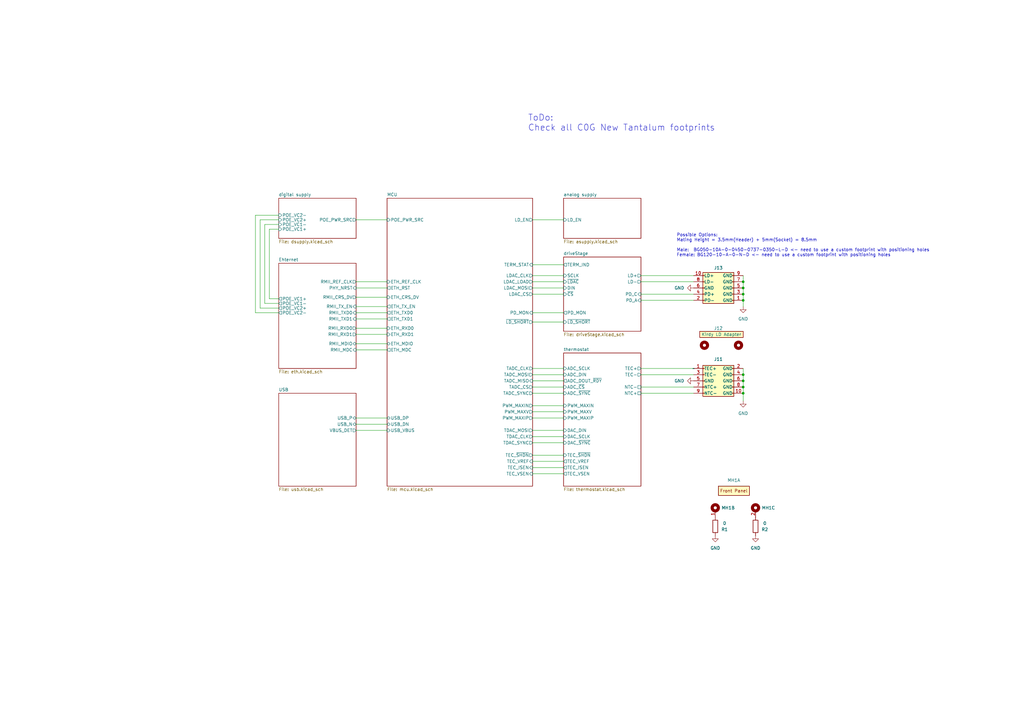
<source format=kicad_sch>
(kicad_sch (version 20230121) (generator eeschema)
  (paper "A3")
  (title_block (title "Kirdy") (date "2023-11-09") (rev "r0_3") (company "M-Labs Limited") (comment 1 "Linus Woo Chun Kit"))
  (lib_symbols
    (symbol "Device:R" (pin_numbers hide) (pin_names (offset 0))
      (property "Reference" "R" (at 2.032 0 90))
      (property "Value" "R" (at 0 0 90))
      (symbol "R_0_1"
        (rectangle (start -1.016 -2.54) (end 1.016 2.54) (stroke (width 0.254)))
      )
      (symbol "R_1_1"
        (pin passive line (at 0 3.81 270) (length 1.27) (name "~") (number "1"))
        (pin passive line (at 0 -3.81 90) (length 1.27) (name "~") (number "2"))
      )
    )
    (symbol "Mechanical:MountingHole" (pin_names (offset 1.016))
      (property "Reference" "H" (at 0 5.08 0))
      (property "Value" "MountingHole" (at 0 3.175 0))
      (symbol "MountingHole_0_1"
        (circle (center 0 0) (radius 1.27) (stroke (width 1.27)))
      )
    )
    (symbol "Panel_1"
      (property "Reference" "MH" (at 1.27 3.175 0))
      (symbol "Panel_1_1_1"
        (rectangle (start 0 0) (end 12.7 -3.81) (stroke (width 0.254)) (fill (type background)))
        (text "Front Panel" (at 6.35 -1.905 0) (effects (font (size 1.27 1.27))))
      )
      (symbol "Panel_1_2_1"
        (circle (center 0 0) (radius 1.27) (stroke (width 1.27)))
        (pin input line (at 3.81 0 180) (length 2.54) (name "") (number "1"))
      )
      (symbol "Panel_1_3_1"
        (circle (center 0 0) (radius 1.27) (stroke (width 1.27)))
        (pin input line (at 3.81 0 180) (length 2.54) (name "") (number "2"))
      )
    )
    (symbol "kirdy:Kirdy_Adapter_HDR1"
      (property "Reference" "J" (at 5.08 2.54 0))
      (symbol "Kirdy_Adapter_HDR1_1_1"
        (rectangle (start 3.81 -10.033) (end 4.445 -10.287) (stroke (width 0.1524)))
        (rectangle (start 3.81 -7.493) (end 4.445 -7.747) (stroke (width 0.1524)))
        (rectangle (start 3.81 -4.953) (end 4.445 -5.207) (stroke (width 0.1524)))
        (rectangle (start 3.81 -2.413) (end 4.445 -2.667) (stroke (width 0.1524)))
        (rectangle (start 3.81 0.127) (end 4.445 -0.127) (stroke (width 0.1524)))
        (rectangle (start 3.81 1.27) (end 16.51 -11.43) (stroke (width 0.254)) (fill (type background)))
        (rectangle (start 15.875 -10.033) (end 16.51 -10.287) (stroke (width 0.1524)))
        (rectangle (start 15.875 -7.493) (end 16.51 -7.747) (stroke (width 0.1524)))
        (rectangle (start 15.875 -4.953) (end 16.51 -5.207) (stroke (width 0.1524)))
        (rectangle (start 15.875 -2.413) (end 16.51 -2.667) (stroke (width 0.1524)))
        (rectangle (start 15.875 0.127) (end 16.51 -0.127) (stroke (width 0.1524)))
        (pin passive line (at 0 0 0) (length 3.81) (name "TEC+") (number "1"))
        (pin passive line (at 20.32 -10.16 180) (length 3.81) (name "GND") (number "10"))
        (pin passive line (at 20.32 0 180) (length 3.81) (name "GND") (number "2"))
        (pin passive line (at 0 -2.54 0) (length 3.81) (name "TEC-") (number "3"))
        (pin passive line (at 20.32 -2.54 180) (length 3.81) (name "GND") (number "4"))
        (pin passive line (at 0 -5.08 0) (length 3.81) (name "GND") (number "5"))
        (pin passive line (at 20.32 -5.08 180) (length 3.81) (name "GND") (number "6"))
        (pin passive line (at 0 -7.62 0) (length 3.81) (name "NTC+") (number "7"))
        (pin passive line (at 20.32 -7.62 180) (length 3.81) (name "GND") (number "8"))
        (pin passive line (at 0 -10.16 0) (length 3.81) (name "NTC-") (number "9"))
      )
    )
    (symbol "kirdy:Kirdy_Adapter_HDR2"
      (property "Reference" "J" (at 5.08 2.54 0))
      (symbol "Kirdy_Adapter_HDR2_1_1"
        (rectangle (start 3.81 -10.033) (end 4.445 -10.287) (stroke (width 0.1524)))
        (rectangle (start 3.81 -7.493) (end 4.445 -7.747) (stroke (width 0.1524)))
        (rectangle (start 3.81 -4.953) (end 4.445 -5.207) (stroke (width 0.1524)))
        (rectangle (start 3.81 -2.413) (end 4.445 -2.667) (stroke (width 0.1524)))
        (rectangle (start 3.81 0.127) (end 4.445 -0.127) (stroke (width 0.1524)))
        (rectangle (start 3.81 1.27) (end 16.51 -11.43) (stroke (width 0.254)) (fill (type background)))
        (rectangle (start 15.875 -10.033) (end 16.51 -10.287) (stroke (width 0.1524)))
        (rectangle (start 15.875 -7.493) (end 16.51 -7.747) (stroke (width 0.1524)))
        (rectangle (start 15.875 -4.953) (end 16.51 -5.207) (stroke (width 0.1524)))
        (rectangle (start 15.875 -2.413) (end 16.51 -2.667) (stroke (width 0.1524)))
        (rectangle (start 15.875 0.127) (end 16.51 -0.127) (stroke (width 0.1524)))
        (pin passive line (at 0 0 0) (length 3.81) (name "GND") (number "1"))
        (pin passive line (at 20.32 -10.16 180) (length 3.81) (name "LD+") (number "10"))
        (pin passive line (at 20.32 0 180) (length 3.81) (name "PD-") (number "2"))
        (pin passive line (at 0 -2.54 0) (length 3.81) (name "GND") (number "3"))
        (pin passive line (at 20.32 -2.54 180) (length 3.81) (name "PD+") (number "4"))
        (pin passive line (at 0 -5.08 0) (length 3.81) (name "GND") (number "5"))
        (pin passive line (at 20.32 -5.08 180) (length 3.81) (name "GND") (number "6"))
        (pin passive line (at 0 -7.62 0) (length 3.81) (name "GND") (number "7"))
        (pin passive line (at 20.32 -7.62 180) (length 3.81) (name "LD-") (number "8"))
        (pin passive line (at 0 -10.16 0) (length 3.81) (name "GND") (number "9"))
      )
    )
    (symbol "kirdy:Kirdy_LD_Adapter" (pin_names (offset 1.016) hide)
      (property "Reference" "J" (at -6.35 2.54 0))
      (property "Value" "Kirdy_LD_Adapter" (at 1.27 0 0))
      (symbol "Kirdy_LD_Adapter_1_1"
        (rectangle (start -7.62 1.27) (end 10.16 -1.27) (stroke (width 0.254)) (fill (type background)))
      )
    )
    (symbol "kirdy:Panel"
      (property "Reference" "MH" (at 1.27 3.175 0))
      (symbol "Panel_1_1"
        (rectangle (start 0 0) (end 12.7 -3.81) (stroke (width 0.254)) (fill (type background)))
        (text "Front Panel" (at 6.35 -1.905 0) (effects (font (size 1.27 1.27))))
      )
      (symbol "Panel_2_1"
        (circle (center 0 0) (radius 1.27) (stroke (width 1.27)))
        (pin input line (at 3.81 0 180) (length 2.54) (name "") (number "1"))
      )
      (symbol "Panel_3_1"
        (circle (center 0 0) (radius 1.27) (stroke (width 1.27)))
        (pin input line (at 3.81 0 180) (length 2.54) (name "") (number "2"))
      )
    )
    (symbol "power:GND" (power) (pin_names (offset 0))
      (property "Value" "GND" (at 0 -3.81 0))
      (symbol "GND_0_1"
        (polyline (pts (xy 0 0) (xy 0 -1.27) (xy 1.27 -1.27) (xy 0 -2.54) (xy -1.27 -1.27) (xy 0 -1.27)))
      )
      (symbol "GND_1_1"
        (pin power_in line (at 0 0 270) (length 0) hide (name "GND") (number "1"))
      )
    )
  )
  (junction (at 304.8 118.11))
  (junction (at 304.8 153.67))
  (junction (at 304.8 158.75))
  (junction (at 304.8 161.29))
  (junction (at 304.8 120.65))
  (junction (at 304.8 123.19))
  (junction (at 304.8 115.57))
  (junction (at 304.8 156.21))
  (wire (pts (xy 304.8 153.67) (xy 304.8 156.21)))
  (wire (pts (xy 146.05 176.53) (xy 158.75 176.53)))
  (wire (pts (xy 108.585 92.075) (xy 108.585 124.46)))
  (wire (pts (xy 218.44 168.91) (xy 231.14 168.91)))
  (wire (pts (xy 106.68 126.365) (xy 106.68 90.17)))
  (wire (pts (xy 218.44 176.53) (xy 231.14 176.53)))
  (wire (pts (xy 304.8 151.13) (xy 304.8 153.67)))
  (wire (pts (xy 146.05 125.73) (xy 158.75 125.73)))
  (wire (pts (xy 304.8 115.57) (xy 304.8 118.11)))
  (wire (pts (xy 262.89 123.19) (xy 284.48 123.19)))
  (wire (pts (xy 114.3 122.555) (xy 110.49 122.555)))
  (wire (pts (xy 218.44 151.13) (xy 231.14 151.13)))
  (wire (pts (xy 146.05 173.99) (xy 158.75 173.99)))
  (wire (pts (xy 218.44 161.29) (xy 231.14 161.29)))
  (wire (pts (xy 146.05 115.57) (xy 158.75 115.57)))
  (wire (pts (xy 218.44 90.17) (xy 231.14 90.17)))
  (wire (pts (xy 218.44 171.45) (xy 231.14 171.45)))
  (wire (pts (xy 146.05 140.97) (xy 158.75 140.97)))
  (wire (pts (xy 218.44 194.31) (xy 231.14 194.31)))
  (wire (pts (xy 218.44 166.37) (xy 231.14 166.37)))
  (wire (pts (xy 218.44 189.23) (xy 231.14 189.23)))
  (wire (pts (xy 218.44 179.07) (xy 231.14 179.07)))
  (wire (pts (xy 262.89 161.29) (xy 284.48 161.29)))
  (wire (pts (xy 146.05 121.92) (xy 158.75 121.92)))
  (wire (pts (xy 146.05 171.45) (xy 158.75 171.45)))
  (wire (pts (xy 304.8 120.65) (xy 304.8 123.19)))
  (wire (pts (xy 262.89 113.03) (xy 284.48 113.03)))
  (wire (pts (xy 146.05 90.17) (xy 158.75 90.17)))
  (wire (pts (xy 114.3 92.075) (xy 108.585 92.075)))
  (wire (pts (xy 110.49 93.98) (xy 114.3 93.98)))
  (wire (pts (xy 304.8 156.21) (xy 304.8 158.75)))
  (wire (pts (xy 106.68 90.17) (xy 114.3 90.17)))
  (wire (pts (xy 110.49 122.555) (xy 110.49 93.98)))
  (wire (pts (xy 304.8 158.75) (xy 304.8 161.29)))
  (wire (pts (xy 114.3 88.265) (xy 104.775 88.265)))
  (wire (pts (xy 304.8 123.19) (xy 304.8 125.73)))
  (wire (pts (xy 146.05 130.81) (xy 158.75 130.81)))
  (wire (pts (xy 218.44 115.57) (xy 231.14 115.57)))
  (wire (pts (xy 262.89 120.65) (xy 284.48 120.65)))
  (wire (pts (xy 146.05 118.11) (xy 158.75 118.11)))
  (wire (pts (xy 114.3 126.365) (xy 106.68 126.365)))
  (wire (pts (xy 146.05 128.27) (xy 158.75 128.27)))
  (wire (pts (xy 304.8 161.29) (xy 304.8 164.465)))
  (wire (pts (xy 262.89 158.75) (xy 284.48 158.75)))
  (wire (pts (xy 104.775 88.265) (xy 104.775 128.27)))
  (wire (pts (xy 218.44 132.08) (xy 231.14 132.08)))
  (wire (pts (xy 146.05 134.62) (xy 158.75 134.62)))
  (wire (pts (xy 218.44 118.11) (xy 231.14 118.11)))
  (wire (pts (xy 304.8 113.03) (xy 304.8 115.57)))
  (wire (pts (xy 218.44 156.21) (xy 231.14 156.21)))
  (wire (pts (xy 304.8 118.11) (xy 304.8 120.65)))
  (wire (pts (xy 218.44 128.27) (xy 231.14 128.27)))
  (wire (pts (xy 218.44 186.69) (xy 231.14 186.69)))
  (wire (pts (xy 218.44 153.67) (xy 231.14 153.67)))
  (wire (pts (xy 218.44 108.585) (xy 231.14 108.585)))
  (wire (pts (xy 218.44 181.61) (xy 231.14 181.61)))
  (wire (pts (xy 218.44 158.75) (xy 231.14 158.75)))
  (wire (pts (xy 218.44 120.65) (xy 231.14 120.65)))
  (wire (pts (xy 262.89 151.13) (xy 284.48 151.13)))
  (wire (pts (xy 262.89 153.67) (xy 284.48 153.67)))
  (wire (pts (xy 108.585 124.46) (xy 114.3 124.46)))
  (wire (pts (xy 146.05 143.51) (xy 158.75 143.51)))
  (wire (pts (xy 262.89 115.57) (xy 284.48 115.57)))
  (wire (pts (xy 104.775 128.27) (xy 114.3 128.27)))
  (wire (pts (xy 218.44 191.77) (xy 231.14 191.77)))
  (wire (pts (xy 218.44 113.03) (xy 231.14 113.03)))
  (wire (pts (xy 146.05 137.16) (xy 158.75 137.16)))
  (text "ToDo:\nCheck all C0G New Tantalum footprints" (at 216.535 53.975 0) (effects (font (size 2.54 2.54)) (justify left bottom)))
  (text "Possible Options:\nMating Height = 3.5mm(Header) + 5mm(Socket) = 8.5mm\n\nMale:  BG050-10A-0-0450-0737-0350-L-D <- need to use a custom footprint with positioning holes\nFemale: BG120-10-A-0-N-D <- need to use a custom footprint with positioning holes" (at 277.495 105.41 0) (effects (font (size 1.27 1.27)) (justify left bottom)))
  (symbol (lib_id "power:GND") (at 309.88 219.71 0) (unit 1)
    (property "Reference" "#PWR06" (effects hide))
    (property "Value" "GND" (at 309.88 224.79 0))
  )
  (symbol (lib_id "Device:R") (at 293.37 215.9 180) (unit 1)
    (property "Reference" "R1" (at 297.18 217.17 0))
    (property "Value" "0" (at 297.18 214.63 0))
    (property "Footprint" "Resistor_SMD:R_0603_1608Metric" (effects hide))
    (property "MFR_PN" "RMCF0603ZT0R00" (effects hide))
    (property "MFR_PN_ALT" "CR0603-J/-000ELF" (effects hide))
  )
  (symbol (lib_id "kirdy:Kirdy_LD_Adapter") (at 294.64 137.16 0) (unit 1)
    (property "Reference" "J12" (at 294.64 134.62 0))
    (property "Value" "Kirdy LD Adapter" (at 295.91 137.16 0))
    (property "Footprint" "kirdy:Kirdy_LD_Adapter" (effects hide))
    (property "MFR_PN" "Kirdy_LD_Adapter_PCB" (effects hide))
  )
  (symbol (lib_id "kirdy:Panel") (at 309.88 208.28 270) (unit 3)
    (property "Reference" "MH1" (at 312.42 208.28 90) (effects (justify left)))
    (property "Value" "Kirdy Front Panel" (effects hide))
    (property "Footprint" "kirdy:Panel" (effects hide))
    (property "MFR_PN" "Kirdy Front Panel" (effects hide))
  )
  (symbol (lib_id "kirdy:Kirdy_Adapter_HDR2") (at 304.8 123.19 180) (unit 1)
    (property "Reference" "J13" (at 294.64 109.855 0))
    (property "Value" "~" (at 304.8 123.19 0))
    (property "Footprint" "kirdy:BG050-10A-0-0450-0737-0350-L-D" (effects hide))
  )
  (symbol (lib_name "Panel_1") (lib_id "kirdy:Panel") (at 294.64 199.39 0) (unit 1)
    (property "Reference" "MH1" (at 300.99 196.977 0))
    (property "Value" "Kirdy Front Panel" (effects hide))
    (property "Footprint" "kirdy:Panel" (effects hide))
    (property "MFR_PN" "Kirdy Front Panel" (effects hide))
  )
  (symbol (lib_id "power:GND") (at 304.8 125.73 0) (unit 1)
    (property "Reference" "#PWR05" (effects hide))
    (property "Value" "GND" (at 304.8 130.81 0))
  )
  (symbol (lib_id "Mechanical:MountingHole") (at 302.895 141.605 0) (unit 1)
    (property "Reference" "H4" (effects hide))
    (property "Value" "MountingHole_Pad" (effects hide))
    (property "Footprint" "MountingHole:MountingHole_2.7mm_M2.5" (effects hide))
  )
  (symbol (lib_id "power:GND") (at 284.48 118.11 270) (unit 1)
    (property "Reference" "#PWR04" (effects hide))
    (property "Value" "GND" (at 280.67 118.11 90) (effects (justify right)))
  )
  (symbol (lib_id "Mechanical:MountingHole") (at 288.925 141.605 0) (unit 1)
    (property "Reference" "H3" (effects hide))
    (property "Value" "MountingHole_Pad" (effects hide))
    (property "Footprint" "MountingHole:MountingHole_2.7mm_M2.5" (effects hide))
  )
  (symbol (lib_id "power:GND") (at 293.37 219.71 0) (unit 1)
    (property "Reference" "#PWR03" (effects hide))
    (property "Value" "GND" (at 293.37 224.79 0))
  )
  (symbol (lib_id "power:GND") (at 284.48 156.21 270) (unit 1)
    (property "Reference" "#PWR02" (effects hide))
    (property "Value" "GND" (at 280.67 156.21 90) (effects (justify right)))
  )
  (symbol (lib_id "kirdy:Panel") (at 293.37 208.28 270) (unit 2)
    (property "Reference" "MH1" (at 295.91 208.28 90) (effects (justify left)))
    (property "Value" "Kirdy Front Panel" (effects hide))
    (property "Footprint" "kirdy:Panel" (effects hide))
    (property "MFR_PN" "Kirdy Front Panel" (effects hide))
  )
  (symbol (lib_id "kirdy:Kirdy_Adapter_HDR1") (at 284.48 151.13 0) (unit 1)
    (property "Reference" "J11" (at 294.64 147.32 0))
    (property "Value" "~" (at 284.48 151.13 0))
    (property "Footprint" "kirdy:BG050-10A-0-0450-0737-0350-L-D" (effects hide))
  )
  (symbol (lib_id "power:GND") (at 304.8 164.465 0) (unit 1)
    (property "Reference" "#PWR01" (effects hide))
    (property "Value" "GND" (at 304.8 169.545 0))
  )
  (symbol (lib_id "Device:R") (at 309.88 215.9 180) (unit 1)
    (property "Reference" "R2" (at 313.69 217.17 0))
    (property "Value" "0" (at 313.69 214.63 0))
    (property "Footprint" "Resistor_SMD:R_0603_1608Metric" (effects hide))
    (property "MFR_PN" "RMCF0603ZT0R00" (effects hide))
    (property "MFR_PN_ALT" "CR0603-J/-000ELF" (effects hide))
  )
  (sheet (at 114.3 107.95) (size 31.75 43.18) (stroke (width 0.1524))
    (property "Sheetname" "Ehternet" (at 114.3 107.2384 0) (effects (justify left bottom)))
    (property "Sheetfile" "eth.kicad_sch" (at 114.3 151.7146 0) (effects (justify left top)))
    (pin "RMII_MDIO" bidirectional (at 146.05 140.97 0))
    (pin "PHY_NRST" input (at 146.05 118.11 0))
    (pin "RMII_MDC" input (at 146.05 143.51 0))
    (pin "RMII_CRS_DV" output (at 146.05 121.92 0))
    (pin "RMII_TX_EN" input (at 146.05 125.73 0))
    (pin "RMII_TXD0" input (at 146.05 128.27 0))
    (pin "RMII_TXD1" input (at 146.05 130.81 0))
    (pin "RMII_RXD0" output (at 146.05 134.62 0))
    (pin "RMII_RXD1" output (at 146.05 137.16 0))
    (pin "RMII_REF_CLK" output (at 146.05 115.57 0))
    (pin "POE_VC1+" output (at 114.3 122.555 180))
    (pin "POE_VC1-" output (at 114.3 124.46 180))
    (pin "POE_VC2+" output (at 114.3 126.365 180))
    (pin "POE_VC2-" output (at 114.3 128.27 180))
  )
  (sheet (at 114.3 161.29) (size 31.75 38.1) (stroke (width 0.1524))
    (property "Sheetname" "USB" (at 114.3 160.5784 0) (effects (justify left bottom)))
    (property "Sheetfile" "usb.kicad_sch" (at 114.3 199.9746 0) (effects (justify left top)))
    (pin "USB_N" bidirectional (at 146.05 173.99 0))
    (pin "USB_P" bidirectional (at 146.05 171.45 0))
    (pin "VBUS_DET" output (at 146.05 176.53 0))
  )
  (sheet (at 231.14 105.41) (size 31.75 30.48) (stroke (width 0.1524))
    (property "Sheetname" "driveStage" (at 231.14 104.6984 0) (effects (justify left bottom)))
    (property "Sheetfile" "driveStage.kicad_sch" (at 231.14 136.4746 0) (effects (justify left top)))
    (pin "LD-" output (at 262.89 115.57 0))
    (pin "LD+" output (at 262.89 113.03 0))
    (pin "SCLK" input (at 231.14 113.03 180))
    (pin "DIN" input (at 231.14 118.11 180))
    (pin "~{LDAC}" input (at 231.14 115.57 180))
    (pin "~{CS}" input (at 231.14 120.65 180))
    (pin "PD_A" input (at 262.89 123.19 0))
    (pin "PD_C" input (at 262.89 120.65 0))
    (pin "PD_MON" output (at 231.14 128.27 180))
    (pin "~{LD_SHORT}" input (at 231.14 132.08 180))
    (pin "TERM_IND" output (at 231.14 108.585 180))
  )
  (sheet (at 114.3 81.28) (size 31.75 16.51) (stroke (width 0.1524))
    (property "Sheetname" "digital supply" (at 114.3 80.5684 0) (effects (justify left bottom)))
    (property "Sheetfile" "dsupply.kicad_sch" (at 114.3 98.3746 0) (effects (justify left top)))
    (pin "POE_PWR_SRC" output (at 146.05 90.17 0))
    (pin "POE_VC1-" input (at 114.3 92.075 180))
    (pin "POE_VC2-" input (at 114.3 88.265 180))
    (pin "POE_VC1+" input (at 114.3 93.98 180))
    (pin "POE_VC2+" input (at 114.3 90.17 180))
  )
  (sheet (at 231.14 144.78) (size 31.75 54.61) (stroke (width 0.1524))
    (property "Sheetname" "thermostat" (at 231.14 144.0684 0) (effects (justify left bottom)))
    (property "Sheetfile" "thermostat.kicad_sch" (at 231.14 199.9746 0) (effects (justify left top)))
    (pin "TEC-" output (at 262.89 153.67 0))
    (pin "TEC+" output (at 262.89 151.13 0))
    (pin "NTC-" passive (at 262.89 158.75 0))
    (pin "NTC+" passive (at 262.89 161.29 0))
    (pin "DAC_~{SYNC}" input (at 231.14 181.61 180))
    (pin "DAC_SCLK" input (at 231.14 179.07 180))
    (pin "DAC_DIN" input (at 231.14 176.53 180))
    (pin "PWM_MAXV" input (at 231.14 168.91 180))
    (pin "ADC_SCLK" input (at 231.14 151.13 180))
    (pin "ADC_DIN" input (at 231.14 153.67 180))
    (pin "ADC_DOUT_~{RDY}" output (at 231.14 156.21 180))
    (pin "ADC_~{CS}" input (at 231.14 158.75 180))
    (pin "ADC_~{SYNC}" input (at 231.14 161.29 180))
    (pin "PWM_MAXIN" input (at 231.14 166.37 180))
    (pin "PWM_MAXIP" input (at 231.14 171.45 180))
    (pin "TEC_~{SHDN}" input (at 231.14 186.69 180))
    (pin "TEC_ISEN" output (at 231.14 191.77 180))
    (pin "TEC_VREF" output (at 231.14 189.23 180))
    (pin "TEC_VSEN" output (at 231.14 194.31 180))
  )
  (sheet (at 231.14 81.28) (size 31.75 16.51) (stroke (width 0.1524))
    (property "Sheetname" "analog supply" (at 231.14 80.5684 0) (effects (justify left bottom)))
    (property "Sheetfile" "asupply.kicad_sch" (at 231.14 98.3746 0) (effects (justify left top)))
    (pin "LD_EN" input (at 231.14 90.17 180))
  )
  (sheet (at 158.75 81.28) (size 59.69 118.11) (stroke (width 0.1524))
    (property "Sheetname" "MCU" (at 158.75 80.5684 0) (effects (justify left bottom)))
    (property "Sheetfile" "mcu.kicad_sch" (at 158.75 199.9746 0) (effects (justify left top)))
    (pin "ETH_RST" output (at 158.75 118.11 180))
    (pin "ETH_MDIO" bidirectional (at 158.75 140.97 180))
    (pin "PD_MON" input (at 218.44 128.27 0))
    (pin "TEC_~{SHDN}" output (at 218.44 186.69 0))
    (pin "TEC_VREF" input (at 218.44 189.23 0))
    (pin "ETH_CRS_DV" input (at 158.75 121.92 180))
    (pin "USB_VBUS" input (at 158.75 176.53 180))
    (pin "TEC_ISEN" input (at 218.44 191.77 0))
    (pin "TEC_VSEN" input (at 218.44 194.31 0))
    (pin "USB_DP" bidirectional (at 158.75 171.45 180))
    (pin "USB_DN" bidirectional (at 158.75 173.99 180))
    (pin "TADC_CS" output (at 218.44 158.75 0))
    (pin "LDAC_CLK" output (at 218.44 113.03 0))
    (pin "ETH_TX_EN" output (at 158.75 125.73 180))
    (pin "ETH_TXD0" output (at 158.75 128.27 180))
    (pin "ETH_TXD1" output (at 158.75 130.81 180))
    (pin "LDAC_LOAD" output (at 218.44 115.57 0))
    (pin "POE_PWR_SRC" input (at 158.75 90.17 180))
    (pin "ETH_RXD0" input (at 158.75 134.62 180))
    (pin "ETH_RXD1" input (at 158.75 137.16 180))
    (pin "LDAC_MOSI" output (at 218.44 118.11 0))
    (pin "TADC_MOSI" output (at 218.44 153.67 0))
    (pin "TADC_MISO" input (at 218.44 156.21 0))
    (pin "PWM_MAXIP" output (at 218.44 171.45 0))
    (pin "ETH_MDC" output (at 158.75 143.51 180))
    (pin "LDAC_CS" output (at 218.44 120.65 0))
    (pin "TADC_SYNC" output (at 218.44 161.29 0))
    (pin "TDAC_CLK" output (at 218.44 179.07 0))
    (pin "TDAC_SYNC" output (at 218.44 181.61 0))
    (pin "TDAC_MOSI" output (at 218.44 176.53 0))
    (pin "PWM_MAXIN" output (at 218.44 166.37 0))
    (pin "PWM_MAXV" output (at 218.44 168.91 0))
    (pin "TADC_CLK" output (at 218.44 151.13 0))
    (pin "ETH_REF_CLK" input (at 158.75 115.57 180))
    (pin "LD_EN" output (at 218.44 90.17 0))
    (pin "~{LD_SHORT}" output (at 218.44 132.08 0))
    (pin "TERM_STAT" input (at 218.44 108.585 0))
  )
)
</source>
